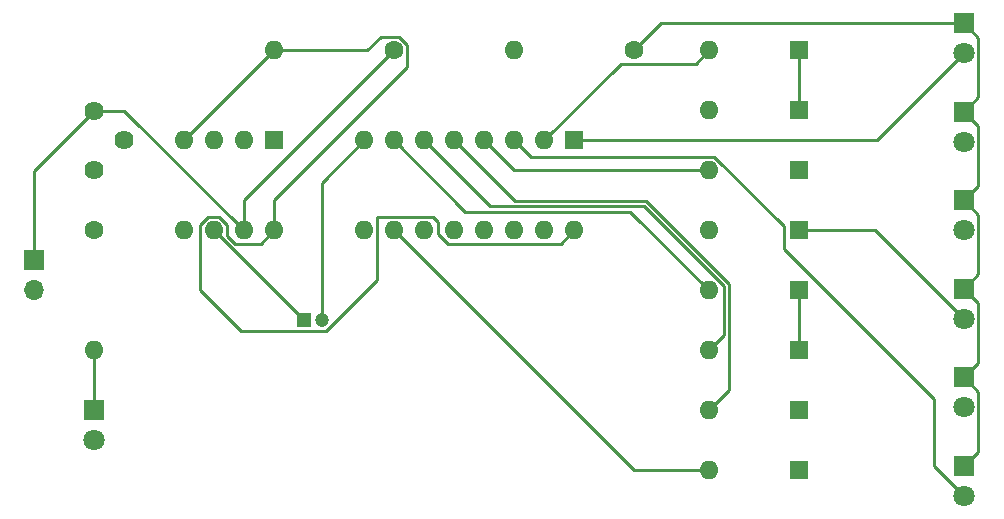
<source format=gbr>
%TF.GenerationSoftware,KiCad,Pcbnew,7.0.1-3b83917a11~172~ubuntu22.04.1*%
%TF.CreationDate,2023-04-27T17:22:44+02:00*%
%TF.ProjectId,knight_rider,6b6e6967-6874-45f7-9269-6465722e6b69,rev?*%
%TF.SameCoordinates,Original*%
%TF.FileFunction,Copper,L1,Top*%
%TF.FilePolarity,Positive*%
%FSLAX46Y46*%
G04 Gerber Fmt 4.6, Leading zero omitted, Abs format (unit mm)*
G04 Created by KiCad (PCBNEW 7.0.1-3b83917a11~172~ubuntu22.04.1) date 2023-04-27 17:22:44*
%MOMM*%
%LPD*%
G01*
G04 APERTURE LIST*
%TA.AperFunction,ComponentPad*%
%ADD10R,1.800000X1.800000*%
%TD*%
%TA.AperFunction,ComponentPad*%
%ADD11C,1.800000*%
%TD*%
%TA.AperFunction,ComponentPad*%
%ADD12R,1.600000X1.600000*%
%TD*%
%TA.AperFunction,ComponentPad*%
%ADD13O,1.600000X1.600000*%
%TD*%
%TA.AperFunction,ComponentPad*%
%ADD14C,1.600000*%
%TD*%
%TA.AperFunction,ComponentPad*%
%ADD15R,1.200000X1.200000*%
%TD*%
%TA.AperFunction,ComponentPad*%
%ADD16C,1.200000*%
%TD*%
%TA.AperFunction,ComponentPad*%
%ADD17R,1.700000X1.700000*%
%TD*%
%TA.AperFunction,ComponentPad*%
%ADD18O,1.700000X1.700000*%
%TD*%
%TA.AperFunction,ComponentPad*%
%ADD19C,1.620000*%
%TD*%
%TA.AperFunction,Conductor*%
%ADD20C,0.250000*%
%TD*%
G04 APERTURE END LIST*
D10*
%TO.P,D14,1,K*%
%TO.N,Net-(D10-K)*%
X96520000Y-106440000D03*
D11*
%TO.P,D14,2,A*%
%TO.N,Net-(D14-A)*%
X96520000Y-108980000D03*
%TD*%
D12*
%TO.P,U1,1,GND*%
%TO.N,/GND*%
X38100000Y-86360000D03*
D13*
%TO.P,U1,2,TR*%
%TO.N,Net-(U1-THR)*%
X35560000Y-86360000D03*
%TO.P,U1,3,Q*%
%TO.N,Net-(U1-Q)*%
X33020000Y-86360000D03*
%TO.P,U1,4,R*%
%TO.N,Net-(D1-A)*%
X30480000Y-86360000D03*
%TO.P,U1,5,CV*%
%TO.N,unconnected-(U1-CV-Pad5)*%
X30480000Y-93980000D03*
%TO.P,U1,6,THR*%
%TO.N,Net-(U1-THR)*%
X33020000Y-93980000D03*
%TO.P,U1,7,DIS*%
%TO.N,/VCC*%
X35560000Y-93980000D03*
%TO.P,U1,8,VCC*%
%TO.N,Net-(D1-A)*%
X38100000Y-93980000D03*
%TD*%
D12*
%TO.P,D7,1,K*%
%TO.N,Net-(D13-A)*%
X82550000Y-88900000D03*
D13*
%TO.P,D7,2,A*%
%TO.N,Net-(D7-A)*%
X74930000Y-88900000D03*
%TD*%
D12*
%TO.P,D5,1,K*%
%TO.N,Net-(D12-A)*%
X82550000Y-99060000D03*
D13*
%TO.P,D5,2,A*%
%TO.N,Net-(D5-A)*%
X74930000Y-99060000D03*
%TD*%
D10*
%TO.P,D12,1,K*%
%TO.N,Net-(D10-K)*%
X96520000Y-91440000D03*
D11*
%TO.P,D12,2,A*%
%TO.N,Net-(D12-A)*%
X96520000Y-93980000D03*
%TD*%
D12*
%TO.P,D8,1,K*%
%TO.N,Net-(D14-A)*%
X82550000Y-83820000D03*
D13*
%TO.P,D8,2,A*%
%TO.N,Net-(D8-A)*%
X74930000Y-83820000D03*
%TD*%
D14*
%TO.P,R2,1*%
%TO.N,/GND*%
X22860000Y-93980000D03*
D13*
%TO.P,R2,2*%
%TO.N,Net-(D1-K)*%
X22860000Y-104140000D03*
%TD*%
D10*
%TO.P,D13,1,K*%
%TO.N,Net-(D10-K)*%
X96520000Y-98940000D03*
D11*
%TO.P,D13,2,A*%
%TO.N,Net-(D13-A)*%
X96520000Y-101480000D03*
%TD*%
D12*
%TO.P,D3,1,K*%
%TO.N,Net-(D11-A)*%
X82550000Y-109220000D03*
D13*
%TO.P,D3,2,A*%
%TO.N,Net-(D3-A)*%
X74930000Y-109220000D03*
%TD*%
D15*
%TO.P,C1,1*%
%TO.N,Net-(U1-THR)*%
X40640000Y-101600000D03*
D16*
%TO.P,C1,2*%
%TO.N,/GND*%
X42140000Y-101600000D03*
%TD*%
D10*
%TO.P,D11,1,K*%
%TO.N,Net-(D10-K)*%
X96520000Y-83940000D03*
D11*
%TO.P,D11,2,A*%
%TO.N,Net-(D11-A)*%
X96520000Y-86480000D03*
%TD*%
D14*
%TO.P,R1,1*%
%TO.N,/VCC*%
X48260000Y-78740000D03*
D13*
%TO.P,R1,2*%
%TO.N,Net-(D1-A)*%
X38100000Y-78740000D03*
%TD*%
D10*
%TO.P,D15,1,K*%
%TO.N,Net-(D10-K)*%
X96520000Y-113940000D03*
D11*
%TO.P,D15,2,A*%
%TO.N,Net-(D15-A)*%
X96520000Y-116480000D03*
%TD*%
D12*
%TO.P,U2,1,Q5*%
%TO.N,Net-(D10-A)*%
X63500000Y-86360000D03*
D13*
%TO.P,U2,2,Q1*%
%TO.N,Net-(D9-A)*%
X60960000Y-86360000D03*
%TO.P,U2,3,Q0*%
%TO.N,Net-(D15-A)*%
X58420000Y-86360000D03*
%TO.P,U2,4,Q2*%
%TO.N,Net-(D7-A)*%
X55880000Y-86360000D03*
%TO.P,U2,5,Q6*%
%TO.N,Net-(D3-A)*%
X53340000Y-86360000D03*
%TO.P,U2,6,Q7*%
%TO.N,Net-(D4-A)*%
X50800000Y-86360000D03*
%TO.P,U2,7,Q3*%
%TO.N,Net-(D5-A)*%
X48260000Y-86360000D03*
%TO.P,U2,8,VSS*%
%TO.N,/GND*%
X45720000Y-86360000D03*
%TO.P,U2,9,Q8*%
%TO.N,Net-(D6-A)*%
X45720000Y-93980000D03*
%TO.P,U2,10,Q4*%
%TO.N,Net-(D2-A)*%
X48260000Y-93980000D03*
%TO.P,U2,11,Q9*%
%TO.N,Net-(D8-A)*%
X50800000Y-93980000D03*
%TO.P,U2,12,Cout*%
%TO.N,unconnected-(U2-Cout-Pad12)*%
X53340000Y-93980000D03*
%TO.P,U2,13,CKEN*%
%TO.N,/GND*%
X55880000Y-93980000D03*
%TO.P,U2,14,CLK*%
%TO.N,Net-(U1-Q)*%
X58420000Y-93980000D03*
%TO.P,U2,15,Reset*%
%TO.N,/GND*%
X60960000Y-93980000D03*
%TO.P,U2,16,VDD*%
%TO.N,Net-(D1-A)*%
X63500000Y-93980000D03*
%TD*%
D17*
%TO.P,J2,1,Pin_1*%
%TO.N,/VCC*%
X17780000Y-96520000D03*
D18*
%TO.P,J2,2,Pin_2*%
%TO.N,/GND*%
X17780000Y-99060000D03*
%TD*%
D14*
%TO.P,R3,1*%
%TO.N,Net-(D10-K)*%
X68580000Y-78740000D03*
D13*
%TO.P,R3,2*%
%TO.N,/GND*%
X58420000Y-78740000D03*
%TD*%
D12*
%TO.P,D9,1,K*%
%TO.N,Net-(D14-A)*%
X82550000Y-78740000D03*
D13*
%TO.P,D9,2,A*%
%TO.N,Net-(D9-A)*%
X74930000Y-78740000D03*
%TD*%
D12*
%TO.P,D2,1,K*%
%TO.N,Net-(D11-A)*%
X82550000Y-114300000D03*
D13*
%TO.P,D2,2,A*%
%TO.N,Net-(D2-A)*%
X74930000Y-114300000D03*
%TD*%
D10*
%TO.P,D10,1,K*%
%TO.N,Net-(D10-K)*%
X96520000Y-76440000D03*
D11*
%TO.P,D10,2,A*%
%TO.N,Net-(D10-A)*%
X96520000Y-78980000D03*
%TD*%
D19*
%TO.P,RV1,1*%
%TO.N,/VCC*%
X22900000Y-83860000D03*
%TO.P,RV1,2*%
%TO.N,Net-(U1-THR)*%
X25400000Y-86360000D03*
%TO.P,RV1,3*%
%TO.N,N/C*%
X22900000Y-88860000D03*
%TD*%
D12*
%TO.P,D6,1,K*%
%TO.N,Net-(D13-A)*%
X82550000Y-93980000D03*
D13*
%TO.P,D6,2,A*%
%TO.N,Net-(D6-A)*%
X74930000Y-93980000D03*
%TD*%
D10*
%TO.P,D1,1,K*%
%TO.N,Net-(D1-K)*%
X22860000Y-109220000D03*
D11*
%TO.P,D1,2,A*%
%TO.N,Net-(D1-A)*%
X22860000Y-111760000D03*
%TD*%
D12*
%TO.P,D4,1,K*%
%TO.N,Net-(D12-A)*%
X82550000Y-104140000D03*
D13*
%TO.P,D4,2,A*%
%TO.N,Net-(D4-A)*%
X74930000Y-104140000D03*
%TD*%
D20*
%TO.N,Net-(D1-A)*%
X52028604Y-94259595D02*
X52874009Y-95105000D01*
X52874009Y-95105000D02*
X62375000Y-95105000D01*
X38100000Y-78740000D02*
X30480000Y-86360000D01*
%TO.N,Net-(U1-THR)*%
X40640000Y-101600000D02*
X33020000Y-93980000D01*
%TO.N,Net-(D1-K)*%
X22860000Y-109220000D02*
X22860000Y-104140000D01*
%TO.N,Net-(D1-A)*%
X33485991Y-92855000D02*
X34145000Y-93514009D01*
X35316701Y-102525000D02*
X31851701Y-99060000D01*
X36975000Y-95105000D02*
X38100000Y-93980000D01*
X46010000Y-78740000D02*
X38100000Y-78740000D01*
X34145000Y-94468604D02*
X34781396Y-95105000D01*
X31851701Y-99060000D02*
X31851701Y-93557308D01*
X46845000Y-92855000D02*
X46845000Y-98203148D01*
X42523148Y-102525000D02*
X35316701Y-102525000D01*
X31851701Y-93557308D02*
X32554009Y-92855000D01*
X52028604Y-94259595D02*
X52028604Y-93305000D01*
X46845000Y-98203148D02*
X42523148Y-102525000D01*
X52028604Y-93305000D02*
X51578604Y-92855000D01*
X34145000Y-93514009D02*
X34145000Y-94468604D01*
X49385000Y-80155000D02*
X38100000Y-91440000D01*
X63500000Y-93980000D02*
X62375000Y-95105000D01*
X49385000Y-78274009D02*
X49385000Y-80155000D01*
X48725991Y-77615000D02*
X49385000Y-78274009D01*
X51578604Y-92855000D02*
X46845000Y-92855000D01*
X38100000Y-91440000D02*
X38100000Y-93980000D01*
X47135000Y-77615000D02*
X48725991Y-77615000D01*
X47135000Y-77615000D02*
X46010000Y-78740000D01*
X34781396Y-95105000D02*
X36975000Y-95105000D01*
X32554009Y-92855000D02*
X33485991Y-92855000D01*
%TO.N,Net-(D2-A)*%
X68580000Y-114300000D02*
X74930000Y-114300000D01*
X48260000Y-93980000D02*
X68580000Y-114300000D01*
%TO.N,Net-(D3-A)*%
X76650000Y-107500000D02*
X74930000Y-109220000D01*
X53340000Y-86360000D02*
X58485000Y-91505000D01*
X58485000Y-91505000D02*
X69602387Y-91505000D01*
X69602387Y-91505000D02*
X76650000Y-98552613D01*
X76650000Y-98552613D02*
X76650000Y-107500000D01*
%TO.N,Net-(D12-A)*%
X82550000Y-99060000D02*
X82550000Y-104140000D01*
%TO.N,Net-(D4-A)*%
X56395000Y-91955000D02*
X69415991Y-91955000D01*
X69415991Y-91955000D02*
X76200000Y-98739009D01*
X50800000Y-86360000D02*
X56395000Y-91955000D01*
X76200000Y-98739009D02*
X76200000Y-102870000D01*
X76200000Y-102870000D02*
X74930000Y-104140000D01*
%TO.N,Net-(D5-A)*%
X54305000Y-92405000D02*
X68275000Y-92405000D01*
X68275000Y-92405000D02*
X74930000Y-99060000D01*
X48260000Y-86360000D02*
X54305000Y-92405000D01*
%TO.N,Net-(D13-A)*%
X89020000Y-93980000D02*
X96520000Y-101480000D01*
X82550000Y-93980000D02*
X89020000Y-93980000D01*
%TO.N,Net-(D7-A)*%
X55880000Y-86360000D02*
X58420000Y-88900000D01*
X58420000Y-88900000D02*
X74930000Y-88900000D01*
%TO.N,Net-(D14-A)*%
X82550000Y-83820000D02*
X82550000Y-78740000D01*
%TO.N,Net-(D9-A)*%
X67455000Y-79865000D02*
X73805000Y-79865000D01*
X73805000Y-79865000D02*
X74930000Y-78740000D01*
X60960000Y-86360000D02*
X67455000Y-79865000D01*
%TO.N,Net-(D10-K)*%
X97745000Y-82715000D02*
X96520000Y-83940000D01*
X97745000Y-90215000D02*
X96520000Y-91440000D01*
X97745000Y-85165000D02*
X97745000Y-90215000D01*
X97745000Y-77665000D02*
X97745000Y-82715000D01*
X97745000Y-92665000D02*
X97745000Y-97715000D01*
X97745000Y-107665000D02*
X97745000Y-112715000D01*
X68580000Y-78740000D02*
X70880000Y-76440000D01*
X97745000Y-100165000D02*
X97745000Y-105215000D01*
X96520000Y-106440000D02*
X97745000Y-107665000D01*
X96520000Y-83940000D02*
X97745000Y-85165000D01*
X97745000Y-97715000D02*
X96520000Y-98940000D01*
X97745000Y-105215000D02*
X96520000Y-106440000D01*
X96520000Y-91440000D02*
X97745000Y-92665000D01*
X96520000Y-98940000D02*
X97745000Y-100165000D01*
X97745000Y-112715000D02*
X96520000Y-113940000D01*
X96520000Y-76440000D02*
X97745000Y-77665000D01*
X70880000Y-76440000D02*
X96520000Y-76440000D01*
%TO.N,Net-(D10-A)*%
X89140000Y-86360000D02*
X96520000Y-78980000D01*
X63500000Y-86360000D02*
X89140000Y-86360000D01*
%TO.N,Net-(D15-A)*%
X93980000Y-108240000D02*
X93980000Y-113940000D01*
X59835000Y-87775000D02*
X75395991Y-87775000D01*
X58420000Y-86360000D02*
X59835000Y-87775000D01*
X93980000Y-113940000D02*
X96520000Y-116480000D01*
X81280000Y-95540000D02*
X93980000Y-108240000D01*
X81280000Y-93659009D02*
X81280000Y-95540000D01*
X75395991Y-87775000D02*
X81280000Y-93659009D01*
%TO.N,/VCC*%
X17780000Y-96520000D02*
X17780000Y-88980000D01*
X25440000Y-83860000D02*
X35560000Y-93980000D01*
X35560000Y-91440000D02*
X48260000Y-78740000D01*
X17780000Y-88980000D02*
X22900000Y-83860000D01*
X35560000Y-93980000D02*
X35560000Y-91440000D01*
X22900000Y-83860000D02*
X25440000Y-83860000D01*
%TO.N,/GND*%
X42140000Y-89940000D02*
X45720000Y-86360000D01*
X42140000Y-101600000D02*
X42140000Y-89940000D01*
%TD*%
M02*

</source>
